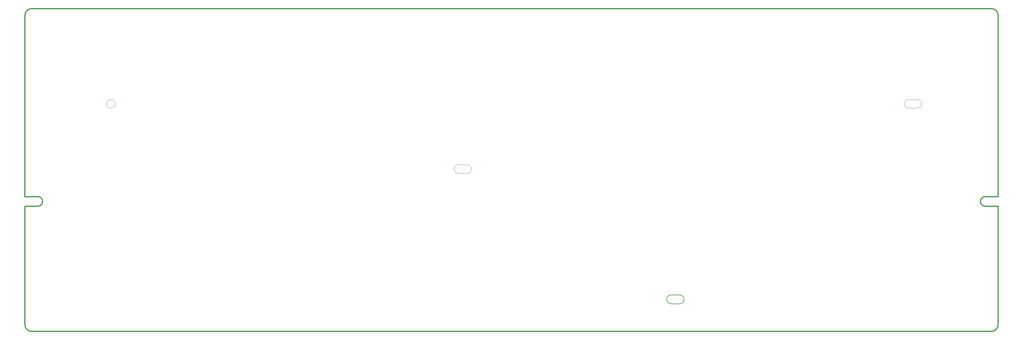
<source format=gbr>
%TF.GenerationSoftware,KiCad,Pcbnew,7.0.10*%
%TF.CreationDate,2024-02-28T07:57:37+01:00*%
%TF.ProjectId,keyboard-template-60,6b657962-6f61-4726-942d-74656d706c61,rev?*%
%TF.SameCoordinates,Original*%
%TF.FileFunction,Profile,NP*%
%FSLAX46Y46*%
G04 Gerber Fmt 4.6, Leading zero omitted, Abs format (unit mm)*
G04 Created by KiCad (PCBNEW 7.0.10) date 2024-02-28 07:57:37*
%MOMM*%
%LPD*%
G01*
G04 APERTURE LIST*
%TA.AperFunction,Profile*%
%ADD10C,0.100000*%
%TD*%
%TA.AperFunction,Profile*%
%ADD11C,0.200000*%
%TD*%
%TA.AperFunction,Profile*%
%ADD12C,0.300000*%
%TD*%
G04 APERTURE END LIST*
D10*
X325200000Y-108850000D02*
G75*
G03*
X325200000Y-106350000I0J1250000D01*
G01*
D11*
X253100000Y-163600000D02*
X255600000Y-163600000D01*
X253100000Y-163600000D02*
G75*
G03*
X253100000Y-166200000I0J-1300000D01*
G01*
D10*
X193350000Y-125450000D02*
X190800000Y-125450000D01*
X193350000Y-127950000D02*
G75*
G03*
X193350000Y-125450000I0J1250000D01*
G01*
X322650000Y-106350000D02*
G75*
G03*
X322650000Y-108850000I0J-1250000D01*
G01*
X325200000Y-106350000D02*
X322650000Y-106350000D01*
D11*
X255600000Y-166200000D02*
G75*
G03*
X255600000Y-163600000I0J1300000D01*
G01*
D10*
X89050000Y-108850000D02*
G75*
G03*
X89050000Y-106350000I0J1250000D01*
G01*
X190800000Y-127950000D02*
X193350000Y-127950000D01*
X322650000Y-108850000D02*
X325200000Y-108850000D01*
D11*
X253100000Y-166200000D02*
X255600000Y-166200000D01*
D10*
X190800000Y-125450000D02*
G75*
G03*
X190800000Y-127950000I0J-1250000D01*
G01*
X89050000Y-106350000D02*
G75*
G03*
X89050000Y-108850000I0J-1250000D01*
G01*
D12*
%TO.C,REF\u002A\u002A*%
X63875000Y-134800000D02*
X63875000Y-81700000D01*
X63875000Y-137600000D02*
X67675000Y-137600000D01*
X63875000Y-172300000D02*
X63875000Y-137600000D01*
X65875000Y-79700000D02*
X77525000Y-79700000D01*
X65875000Y-174300000D02*
X346875000Y-174300000D01*
X67675000Y-134800000D02*
X63875000Y-134800000D01*
X345075000Y-134800000D02*
X348875000Y-134800000D01*
X345075000Y-137600000D02*
X348875000Y-137600000D01*
X346875000Y-79700000D02*
X77525000Y-79700000D01*
X348875000Y-134800000D02*
X348875000Y-81700000D01*
X348875000Y-137600000D02*
X348875000Y-172300000D01*
X65875000Y-79700000D02*
G75*
G03*
X63875000Y-81700000I-1J-1999999D01*
G01*
X63875000Y-172300000D02*
G75*
G03*
X65875000Y-174300000I1999999J-1D01*
G01*
X69075000Y-136200000D02*
G75*
G03*
X67675000Y-134800000I-1400002J-2D01*
G01*
X67675000Y-137600000D02*
G75*
G03*
X69075000Y-136200000I-2J1400002D01*
G01*
X345075000Y-134800000D02*
G75*
G03*
X343675000Y-136200000I0J-1400000D01*
G01*
X343675000Y-136200000D02*
G75*
G03*
X345075000Y-137600000I1400000J0D01*
G01*
X348875000Y-81700000D02*
G75*
G03*
X346875000Y-79700000I-2000000J0D01*
G01*
X346875000Y-174300000D02*
G75*
G03*
X348875000Y-172300000I0J2000000D01*
G01*
%TD*%
M02*

</source>
